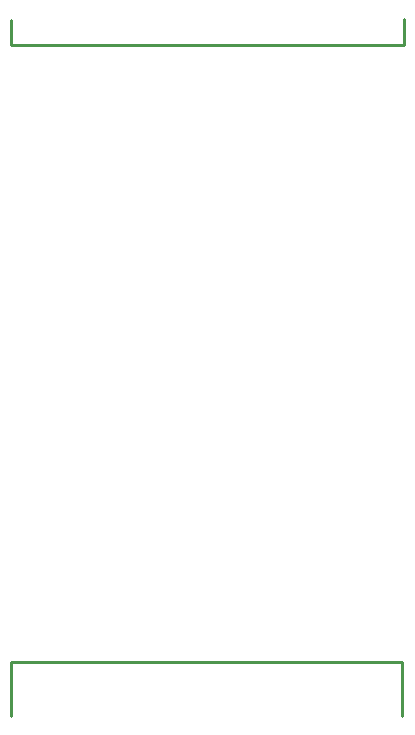
<source format=gbo>
G04*
G04 #@! TF.GenerationSoftware,Altium Limited,Altium Designer,22.3.1 (43)*
G04*
G04 Layer_Color=32896*
%FSLAX25Y25*%
%MOIN*%
G70*
G04*
G04 #@! TF.SameCoordinates,566B9F24-299B-4401-B20D-5A4742CE3083*
G04*
G04*
G04 #@! TF.FilePolarity,Positive*
G04*
G01*
G75*
%ADD10C,0.00984*%
%ADD11C,0.01000*%
D10*
X159449Y215748D02*
Y224410D01*
X159055Y-7874D02*
Y10236D01*
X28740D02*
X159055D01*
X28740Y-7874D02*
Y10236D01*
D11*
X28740Y215807D02*
X28740Y224016D01*
X28740Y215807D02*
X159449Y215807D01*
M02*

</source>
